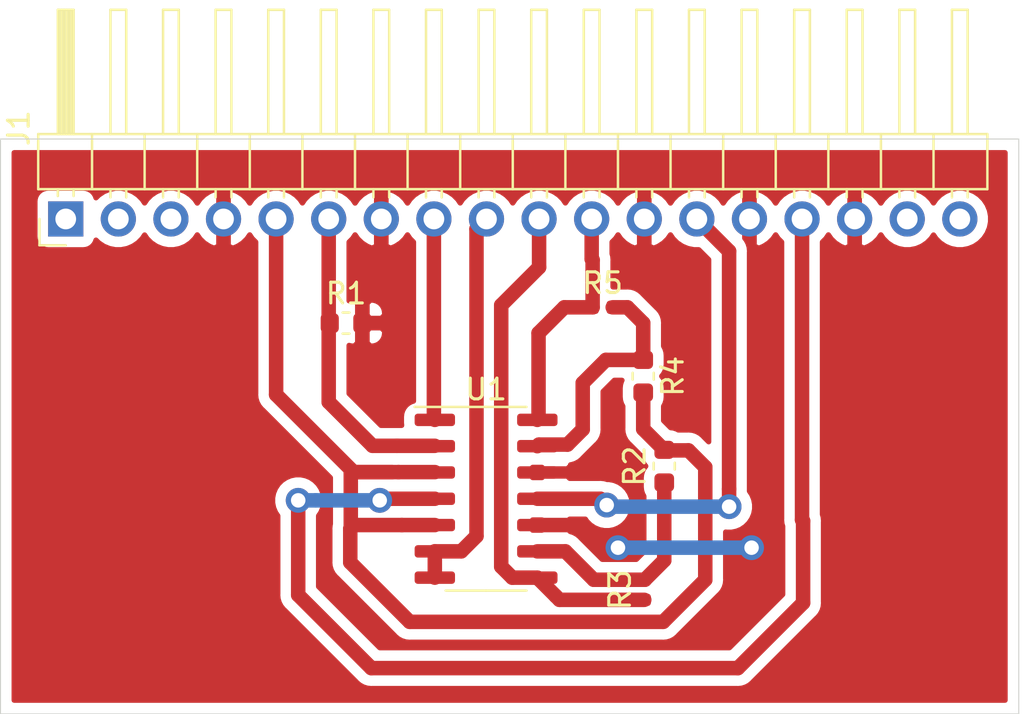
<source format=kicad_pcb>
(kicad_pcb (version 20240108) (generator "pcbnew") (generator_version "8.0")
  (layers (0 "F.Cu" signal) (31 "B.Cu" signal) (34 "B.Paste" user) (35 "F.Paste" user) (36 "B.SilkS" user "B.Silkscreen") (37 "F.SilkS" user "F.Silkscreen") (38 "B.Mask" user) (39 "F.Mask" user) (44 "Edge.Cuts" user))
  (net 0 "")
  (net 1 "Net-(J1-Pad1)")
  (net 2 "Net-(J1-Pad2)")
  (net 3 "Net-(J1-Pad3)")
  (net 4 "GND")
  (net 5 "IN1")
  (net 6 "IN2")
  (net 7 "OUT1")
  (net 8 "OUT2")
  (net 9 "OUT3")
  (net 10 "OUT4")
  (net 11 "-15V")
  (net 12 "+15V")
  (net 13 "5V")
  (net 14 "3.3V")
  (net 15 "Net-(R2-Pad1)")
  (net 16 "Net-(R4-Pad1)")
  (footprint "Connector_PinHeader_2.54mm:PinHeader_1x18_P2.54mm_Horizontal" (layer "F.Cu") (at 126.365 97.79 90)
    (property "Reference" "J1" (at 4.385 -2.27 90) (layer "F.SilkS"))
    (property "Value" "Conn_01x18")
    (fp_line (start 4.1 -1.33) (end 1.44 -1.33) (stroke (width 0.12)) (layer "F.SilkS"))
    (fp_line (start 1.44 -1.33) (end 1.44 44.51) (stroke (width 0.12)) (layer "F.SilkS"))
    (fp_line (start -1.27 -1.27) (end 0 -1.27) (stroke (width 0.12)) (layer "F.SilkS"))
    (fp_line (start 10.1 -0.38) (end 10.1 0.38) (stroke (width 0.12)) (layer "F.SilkS"))
    (fp_line (start 4.1 -0.38) (end 10.1 -0.38) (stroke (width 0.12)) (layer "F.SilkS"))
    (fp_line (start 1.11 -0.38) (end 1.44 -0.38) (stroke (width 0.12)) (layer "F.SilkS"))
    (fp_line (start 4.1 -0.32) (end 10.1 -0.32) (stroke (width 0.12)) (layer "F.SilkS"))
    (fp_line (start 4.1 -0.2) (end 10.1 -0.2) (stroke (width 0.12)) (layer "F.SilkS"))
    (fp_line (start 4.1 -0.08) (end 10.1 -0.08) (stroke (width 0.12)) (layer "F.SilkS"))
    (fp_line (start -1.27 0) (end -1.27 -1.27) (stroke (width 0.12)) (layer "F.SilkS"))
    (fp_line (start 4.1 0.04) (end 10.1 0.04) (stroke (width 0.12)) (layer "F.SilkS"))
    (fp_line (start 4.1 0.16) (end 10.1 0.16) (stroke (width 0.12)) (layer "F.SilkS"))
    (fp_line (start 4.1 0.28) (end 10.1 0.28) (stroke (width 0.12)) (layer "F.SilkS"))
    (fp_line (start 10.1 0.38) (end 4.1 0.38) (stroke (width 0.12)) (layer "F.SilkS"))
    (fp_line (start 1.11 0.38) (end 1.44 0.38) (stroke (width 0.12)) (layer "F.SilkS"))
    (fp_line (start 1.44 1.27) (end 4.1 1.27) (stroke (width 0.12)) (layer "F.SilkS"))
    (fp_line (start 10.1 2.16) (end 10.1 2.92) (stroke (width 0.12)) (layer "F.SilkS"))
    (fp_line (start 4.1 2.16) (end 10.1 2.16) (stroke (width 0.12)) (layer "F.SilkS"))
    (fp_line (start 1.042929 2.16) (end 1.44 2.16) (stroke (width 0.12)) (layer "F.SilkS"))
    (fp_line (start 10.1 2.92) (end 4.1 2.92) (stroke (width 0.12)) (layer "F.SilkS"))
    (fp_line (start 1.042929 2.92) (end 1.44 2.92) (stroke (width 0.12)) (layer "F.SilkS"))
    (fp_line (start 1.44 3.81) (end 4.1 3.81) (stroke (width 0.12)) (layer "F.SilkS"))
    (fp_line (start 10.1 4.7) (end 10.1 5.46) (stroke (width 0.12)) (layer "F.SilkS"))
    (fp_line (start 4.1 4.7) (end 10.1 4.7) (stroke (width 0.12)) (layer "F.SilkS"))
    (fp_line (start 1.042929 4.7) (end 1.44 4.7) (stroke (width 0.12)) (layer "F.SilkS"))
    (fp_line (start 10.1 5.46) (end 4.1 5.46) (stroke (width 0.12)) (layer "F.SilkS"))
    (fp_line (start 1.042929 5.46) (end 1.44 5.46) (stroke (width 0.12)) (layer "F.SilkS"))
    (fp_line (start 1.44 6.35) (end 4.1 6.35) (stroke (width 0.12)) (layer "F.SilkS"))
    (fp_line (start 10.1 7.24) (end 10.1 8) (stroke (width 0.12)) (layer "F.SilkS"))
    (fp_line (start 4.1 7.24) (end 10.1 7.24) (stroke (width 0.12)) (layer "F.SilkS"))
    (fp_line (start 1.042929 7.24) (end 1.44 7.24) (stroke (width 0.12)) (layer "F.SilkS"))
    (fp_line (start 10.1 8) (end 4.1 8) (stroke (width 0.12)) (layer "F.SilkS"))
    (fp_line (start 1.042929 8) (end 1.44 8) (stroke (width 0.12)) (layer "F.SilkS"))
    (fp_line (start 1.44 8.89) (end 4.1 8.89) (stroke (width 0.12)) (layer "F.SilkS"))
    (fp_line (start 10.1 9.78) (end 10.1 10.54) (stroke (width 0.12)) (layer "F.SilkS"))
    (fp_line (start 4.1 9.78) (end 10.1 9.78) (stroke (width 0.12)) (layer "F.SilkS"))
    (fp_line (start 1.042929 9.78) (end 1.44 9.78) (stroke (width 0.12)) (layer "F.SilkS"))
    (fp_line (start 10.1 10.54) (end 4.1 10.54) (stroke (width 0.12)) (layer "F.SilkS"))
    (fp_line (start 1.042929 10.54) (end 1.44 10.54) (stroke (width 0.12)) (layer "F.SilkS"))
    (fp_line (start 1.44 11.43) (end 4.1 11.43) (stroke (width 0.12)) (layer "F.SilkS"))
    (fp_line (start 10.1 12.32) (end 10.1 13.08) (stroke (width 0.12)) (layer "F.SilkS"))
    (fp_line (start 4.1 12.32) (end 10.1 12.32) (stroke (width 0.12)) (layer "F.SilkS"))
    (fp_line (start 1.042929 12.32) (end 1.44 12.32) (stroke (width 0.12)) (layer "F.SilkS"))
    (fp_line (start 10.1 13.08) (end 4.1 13.08) (stroke (width 0.12)) (layer "F.SilkS"))
    (fp_line (start 1.042929 13.08) (end 1.44 13.08) (stroke (width 0.12)) (layer "F.SilkS"))
    (fp_line (start 1.44 13.97) (end 4.1 13.97) (stroke (width 0.12)) (layer "F.SilkS"))
    (fp_line (start 10.1 14.86) (end 10.1 15.62) (stroke (width 0.12)) (layer "F.SilkS"))
    (fp_line (start 4.1 14.86) (end 10.1 14.86) (stroke (width 0.12)) (layer "F.SilkS"))
    (fp_line (start 1.042929 14.86) (end 1.44 14.86) (stroke (width 0.12)) (layer "F.SilkS"))
    (fp_line (start 10.1 15.62) (end 4.1 15.62) (stroke (width 0.12)) (layer "F.SilkS"))
    (fp_line (start 1.042929 15.62) (end 1.44 15.62) (stroke (width 0.12)) (layer "F.SilkS"))
    (fp_line (start 1.44 16.51) (end 4.1 16.51) (stroke (width 0.12)) (layer "F.SilkS"))
    (fp_line (start 10.1 17.4) (end 10.1 18.16) (stroke (width 0.12)) (layer "F.SilkS"))
    (fp_line (start 4.1 17.4) (end 10.1 17.4) (stroke (width 0.12)) (layer "F.SilkS"))
    (fp_line (start 1.042929 17.4) (end 1.44 17.4) (stroke (width 0.12)) (layer "F.SilkS"))
    (fp_line (start 10.1 18.16) (end 4.1 18.16) (stroke (width 0.12)) (layer "F.SilkS"))
    (fp_line (start 1.042929 18.16) (end 1.44 18.16) (stroke (width 0.12)) (layer "F.SilkS"))
    (fp_line (start 1.44 19.05) (end 4.1 19.05) (stroke (width 0.12)) (layer "F.SilkS"))
    (fp_line (start 10.1 19.94) (end 10.1 20.7) (stroke (width 0.12)) (layer "F.SilkS"))
    (fp_line (start 4.1 19.94) (end 10.1 19.94) (stroke (width 0.12)) (layer "F.SilkS"))
    (fp_line (start 1.042929 19.94) (end 1.44 19.94) (stroke (width 0.12)) (layer "F.SilkS"))
    (fp_line (start 10.1 20.7) (end 4.1 20.7) (stroke (width 0.12)) (layer "F.SilkS"))
    (fp_line (start 1.042929 20.7) (end 1.44 20.7) (stroke (width 0.12)) (layer "F.SilkS"))
    (fp_line (start 1.44 21.59) (end 4.1 21.59) (stroke (width 0.12)) (layer "F.SilkS"))
    (fp_line (start 10.1 22.48) (end 10.1 23.24) (stroke (width 0.12)) (layer "F.SilkS"))
    (fp_line (start 4.1 22.48) (end 10.1 22.48) (stroke (width 0.12)) (layer "F.SilkS"))
    (fp_line (start 1.042929 22.48) (end 1.44 22.48) (stroke (width 0.12)) (layer "F.SilkS"))
    (fp_line (start 10.1 23.24) (end 4.1 23.24) (stroke (width 0.12)) (layer "F.SilkS"))
    (fp_line (start 1.042929 23.24) (end 1.44 23.24) (stroke (width 0.12)) (layer "F.SilkS"))
    (fp_line (start 1.44 24.13) (end 4.1 24.13) (stroke (width 0.12)) (layer "F.SilkS"))
    (fp_line (start 10.1 25.02) (end 10.1 25.78) (stroke (width 0.12)) (layer "F.SilkS"))
    (fp_line (start 4.1 25.02) (end 10.1 25.02) (stroke (width 0.12)) (layer "F.SilkS"))
    (fp_line (start 1.042929 25.02) (end 1.44 25.02) (stroke (width 0.12)) (layer "F.SilkS"))
    (fp_line (start 10.1 25.78) (end 4.1 25.78) (stroke (width 0.12)) (layer "F.SilkS"))
    (fp_line (start 1.042929 25.78) (end 1.44 25.78) (stroke (width 0.12)) (layer "F.SilkS"))
    (fp_line (start 1.44 26.67) (end 4.1 26.67) (stroke (width 0.12)) (layer "F.SilkS"))
    (fp_line (start 10.1 27.56) (end 10.1 28.32) (stroke (width 0.12)) (layer "F.SilkS"))
    (fp_line (start 4.1 27.56) (end 10.1 27.56) (stroke (width 0.12)) (layer "F.SilkS"))
    (fp_line (start 1.042929 27.56) (end 1.44 27.56) (stroke (width 0.12)) (layer "F.SilkS"))
    (fp_line (start 10.1 28.32) (end 4.1 28.32) (stroke (width 0.12)) (layer "F.SilkS"))
    (fp_line (start 1.042929 28.32) (end 1.44 28.32) (stroke (width 0.12)) (layer "F.SilkS"))
    (fp_line (start 1.44 29.21) (end 4.1 29.21) (stroke (width 0.12)) (layer "F.SilkS"))
    (fp_line (start 10.1 30.1) (end 10.1 30.86) (stroke (width 0.12)) (layer "F.SilkS"))
    (fp_line (start 4.1 30.1) (end 10.1 30.1) (stroke (width 0.12)) (layer "F.SilkS"))
    (fp_line (start 1.042929 30.1) (end 1.44 30.1) (stroke (width 0.12)) (layer "F.SilkS"))
    (fp_line (start 10.1 30.86) (end 4.1 30.86) (stroke (width 0.12)) (layer "F.SilkS"))
    (fp_line (start 1.042929 30.86) (end 1.44 30.86) (stroke (width 0.12)) (layer "F.SilkS"))
    (fp_line (start 1.44 31.75) (end 4.1 31.75) (stroke (width 0.12)) (layer "F.SilkS"))
    (fp_line (start 10.1 32.64) (end 10.1 33.4) (stroke (width 0.12)) (layer "F.SilkS"))
    (fp_line (start 4.1 32.64) (end 10.1 32.64) (stroke (width 0.12)) (layer "F.SilkS"))
    (fp_line (start 1.042929 32.64) (end 1.44 32.64) (stroke (width 0.12)) (layer "F.SilkS"))
    (fp_line (start 10.1 33.4) (end 4.1 33.4) (stroke (width 0.12)) (layer "F.SilkS"))
    (fp_line (start 1.042929 33.4) (end 1.44 33.4) (stroke (width 0.12)) (layer "F.SilkS"))
    (fp_line (start 1.44 34.29) (end 4.1 34.29) (stroke (width 0.12)) (layer "F.SilkS"))
    (fp_line (start 10.1 35.18) (end 10.1 35.94) (stroke (width 0.12)) (layer "F.SilkS"))
    (fp_line (start 4.1 35.18) (end 10.1 35.18) (stroke (width 0.12)) (layer "F.SilkS"))
    (fp_line (start 1.042929 35.18) (end 1.44 35.18) (stroke (width 0.12)) (layer "F.SilkS"))
    (fp_line (start 10.1 35.94) (end 4.1 35.94) (stroke (width 0.12)) (layer "F.SilkS"))
    (fp_line (start 1.042929 35.94) (end 1.44 35.94) (stroke (width 0.12)) (layer "F.SilkS"))
    (fp_line (start 1.44 36.83) (end 4.1 36.83) (stroke (width 0.12)) (layer "F.SilkS"))
    (fp_line (start 10.1 37.72) (end 10.1 38.48) (stroke (width 0.12)) (layer "F.SilkS"))
    (fp_line (start 4.1 37.72) (end 10.1 37.72) (stroke (width 0.12)) (layer "F.SilkS"))
    (fp_line (start 1.042929 37.72) (end 1.44 37.72) (stroke (width 0.12)) (layer "F.SilkS"))
    (fp_line (start 10.1 38.48) (end 4.1 38.48) (stroke (width 0.12)) (layer "F.SilkS"))
    (fp_line (start 1.042929 38.48) (end 1.44 38.48) (stroke (width 0.12)) (layer "F.SilkS"))
    (fp_line (start 1.44 39.37) (end 4.1 39.37) (stroke (width 0.12)) (layer "F.SilkS"))
    (fp_line (start 10.1 40.26) (end 10.1 41.02) (stroke (width 0.12)) (layer "F.SilkS"))
    (fp_line (start 4.1 40.26) (end 10.1 40.26) (stroke (width 0.12)) (layer "F.SilkS"))
    (fp_line (start 1.042929 40.26) (end 1.44 40.26) (stroke (width 0.12)) (layer "F.SilkS"))
    (fp_line (start 10.1 41.02) (end 4.1 41.02) (stroke (width 0.12)) (layer "F.SilkS"))
    (fp_line (start 1.042929 41.02) (end 1.44 41.02) (stroke (width 0.12)) (layer "F.SilkS"))
    (fp_line (start 1.44 41.91) (end 4.1 41.91) (stroke (width 0.12)) (layer "F.SilkS"))
    (fp_line (start 10.1 42.8) (end 10.1 43.56) (stroke (width 0.12)) (layer "F.SilkS"))
    (fp_line (start 4.1 42.8) (end 10.1 42.8) (stroke (width 0.12)) (layer "F.SilkS"))
    (fp_line (start 1.042929 42.8) (end 1.44 42.8) (stroke (width 0.12)) (layer "F.SilkS"))
    (fp_line (start 10.1 43.56) (end 4.1 43.56) (stroke (width 0.12)) (layer "F.SilkS"))
    (fp_line (start 1.042929 43.56) (end 1.44 43.56) (stroke (width 0.12)) (layer "F.SilkS"))
    (fp_line (start 4.1 44.51) (end 4.1 -1.33) (stroke (width 0.12)) (layer "F.SilkS"))
    (fp_line (start 1.44 44.51) (end 4.1 44.51) (stroke (width 0.12)) (layer "F.SilkS"))
    (pad "1" thru_hole rect (at 0 0 90) (size 1.7 1.7) (drill 1) (layers "*.Cu" "*.Mask") (net 1 "Net-(J1-Pad1)"))
    (pad "2" thru_hole oval (at 0 2.54 90) (size 1.7 1.7) (drill 1) (layers "*.Cu" "*.Mask") (net 2 "Net-(J1-Pad2)"))
    (pad "3" thru_hole oval (at 0 5.08 90) (size 1.7 1.7) (drill 1) (layers "*.Cu" "*.Mask") (net 3 "Net-(J1-Pad3)"))
    (pad "4" thru_hole oval (at 0 7.62 90) (size 1.7 1.7) (drill 1) (layers "*.Cu" "*.Mask") (net 4 "GND"))
    (pad "5" thru_hole oval (at 0 10.16 90) (size 1.7 1.7) (drill 1) (layers "*.Cu" "*.Mask") (net 5 "IN1"))
    (pad "6" thru_hole oval (at 0 12.7 90) (size 1.7 1.7) (drill 1) (layers "*.Cu" "*.Mask") (net 6 "IN2"))
    (pad "7" thru_hole oval (at 0 15.24 90) (size 1.7 1.7) (drill 1) (layers "*.Cu" "*.Mask") (net 4 "GND"))
    (pad "8" thru_hole oval (at 0 17.78 90) (size 1.7 1.7) (drill 1) (layers "*.Cu" "*.Mask") (net 7 "OUT1"))
    (pad "9" thru_hole oval (at 0 20.32 90) (size 1.7 1.7) (drill 1) (layers "*.Cu" "*.Mask") (net 8 "OUT2"))
    (pad "10" thru_hole oval (at 0 22.86 90) (size 1.7 1.7) (drill 1) (layers "*.Cu" "*.Mask") (net 9 "OUT3"))
    (pad "11" thru_hole oval (at 0 25.4 90) (size 1.7 1.7) (drill 1) (layers "*.Cu" "*.Mask") (net 10 "OUT4"))
    (pad "12" thru_hole oval (at 0 27.94 90) (size 1.7 1.7) (drill 1) (layers "*.Cu" "*.Mask") (net 4 "GND"))
    (pad "13" thru_hole oval (at 0 30.48 90) (size 1.7 1.7) (drill 1) (layers "*.Cu" "*.Mask") (net 11 "-15V"))
    (pad "14" thru_hole oval (at 0 33.02 90) (size 1.7 1.7) (drill 1) (layers "*.Cu" "*.Mask") (net 4 "GND"))
    (pad "15" thru_hole oval (at 0 35.56 90) (size 1.7 1.7) (drill 1) (layers "*.Cu" "*.Mask") (net 12 "+15V"))
    (pad "16" thru_hole oval (at 0 38.1 90) (size 1.7 1.7) (drill 1) (layers "*.Cu" "*.Mask") (net 4 "GND"))
    (pad "17" thru_hole oval (at 0 40.64 90) (size 1.7 1.7) (drill 1) (layers "*.Cu" "*.Mask") (net 13 "5V"))
    (pad "18" thru_hole oval (at 0 43.18 90) (size 1.7 1.7) (drill 1) (layers "*.Cu" "*.Mask") (net 14 "3.3V"))
  )
  (footprint "Resistor_SMD:R_0603_1608Metric" (layer "F.Cu") (at 139.9031 102.8192)
    (property "Reference" "R1" (at 0 -1.43 0) (layer "F.SilkS"))
    (property "Value" "1k")
    (fp_line (start -0.162779 -0.51) (end 0.162779 -0.51) (stroke (width 0.12)) (layer "F.SilkS"))
    (fp_line (start -0.162779 0.51) (end 0.162779 0.51) (stroke (width 0.12)) (layer "F.SilkS"))
    (pad "1" smd roundrect (at -0.7875 0) (size 0.875 0.95) (layers "F.Cu" "F.Paste" "F.Mask") (net 6 "IN2"))
    (pad "2" smd roundrect (at 0.7875 0) (size 0.875 0.95) (layers "F.Cu" "F.Paste" "F.Mask") (net 4 "GND"))
  )
  (footprint "Resistor_SMD:R_0603_1608Metric" (layer "F.Cu") (at 155.2702 109.7279 90)
    (property "Reference" "R2" (at 0 -1.43 90) (layer "F.SilkS"))
    (property "Value" "1k")
    (fp_line (start -0.162779 -0.51) (end 0.162779 -0.51) (stroke (width 0.12)) (layer "F.SilkS"))
    (fp_line (start -0.162779 0.51) (end 0.162779 0.51) (stroke (width 0.12)) (layer "F.SilkS"))
    (pad "1" smd roundrect (at -0.7875 0 90) (size 0.875 0.95) (layers "F.Cu" "F.Paste" "F.Mask") (net 15 "Net-(R2-Pad1)"))
    (pad "2" smd roundrect (at 0.7875 0 90) (size 0.875 0.95) (layers "F.Cu" "F.Paste" "F.Mask") (net 5 "IN1"))
  )
  (footprint "Resistor_SMD:R_0402_1005Metric" (layer "F.Cu") (at 154.305 115.6994 90)
    (property "Reference" "R3" (at 0 -1.17 90) (layer "F.SilkS"))
    (property "Value" "10k")
    (pad "1" smd roundrect (at -0.485 0 90) (size 0.59 0.64) (layers "F.Cu" "F.Paste" "F.Mask") (net 9 "OUT3"))
    (pad "2" smd roundrect (at 0.485 0 90) (size 0.59 0.64) (layers "F.Cu" "F.Paste" "F.Mask") (net 15 "Net-(R2-Pad1)"))
  )
  (footprint "Resistor_SMD:R_0603_1608Metric" (layer "F.Cu") (at 154.2542 105.3845 -90)
    (property "Reference" "R4" (at 0 -1.43 90) (layer "F.SilkS"))
    (property "Value" "1k")
    (fp_line (start -0.162779 0.51) (end 0.162779 0.51) (stroke (width 0.12)) (layer "F.SilkS"))
    (fp_line (start -0.162779 -0.51) (end 0.162779 -0.51) (stroke (width 0.12)) (layer "F.SilkS"))
    (pad "1" smd roundrect (at -0.7875 0 270) (size 0.875 0.95) (layers "F.Cu" "F.Paste" "F.Mask") (net 16 "Net-(R4-Pad1)"))
    (pad "2" smd roundrect (at 0.7875 0 270) (size 0.875 0.95) (layers "F.Cu" "F.Paste" "F.Mask") (net 5 "IN1"))
  )
  (footprint "Resistor_SMD:R_0402_1005Metric" (layer "F.Cu") (at 152.296 102.0572)
    (property "Reference" "R5" (at 0 -1.17 0) (layer "F.SilkS"))
    (property "Value" "100k")
    (pad "1" smd roundrect (at -0.485 0) (size 0.59 0.64) (layers "F.Cu" "F.Paste" "F.Mask") (net 10 "OUT4"))
    (pad "2" smd roundrect (at 0.485 0) (size 0.59 0.64) (layers "F.Cu" "F.Paste" "F.Mask") (net 16 "Net-(R4-Pad1)"))
  )
  (footprint "Package_SO:SOIC-14_3.9x8.7mm_P1.27mm" (layer "F.Cu") (at 146.665001 111.3028)
    (property "Reference" "U1" (at 0 -5.28 0) (layer "F.SilkS"))
    (property "Value" "TL084")
    (fp_line (start 0 -4.435) (end -3.45 -4.435) (stroke (width 0.12)) (layer "F.SilkS"))
    (fp_line (start 0 -4.435) (end 1.95 -4.435) (stroke (width 0.12)) (layer "F.SilkS"))
    (fp_line (start 0 4.435) (end -1.95 4.435) (stroke (width 0.12)) (layer "F.SilkS"))
    (fp_line (start 0 4.435) (end 1.95 4.435) (stroke (width 0.12)) (layer "F.SilkS"))
    (pad "1" smd roundrect (at -2.475 -3.81) (size 1.95 0.6) (layers "F.Cu" "F.Paste" "F.Mask") (net 7 "OUT1"))
    (pad "2" smd roundrect (at -2.475 -2.54) (size 1.95 0.6) (layers "F.Cu" "F.Paste" "F.Mask") (net 6 "IN2"))
    (pad "3" smd roundrect (at -2.475 -1.27) (size 1.95 0.6) (layers "F.Cu" "F.Paste" "F.Mask") (net 5 "IN1"))
    (pad "4" smd roundrect (at -2.475 0) (size 1.95 0.6) (layers "F.Cu" "F.Paste" "F.Mask") (net 12 "+15V"))
    (pad "5" smd roundrect (at -2.475 1.27) (size 1.95 0.6) (layers "F.Cu" "F.Paste" "F.Mask") (net 5 "IN1"))
    (pad "6" smd roundrect (at -2.475 2.54) (size 1.95 0.6) (layers "F.Cu" "F.Paste" "F.Mask") (net 8 "OUT2"))
    (pad "7" smd roundrect (at -2.475 3.81) (size 1.95 0.6) (layers "F.Cu" "F.Paste" "F.Mask") (net 8 "OUT2"))
    (pad "8" smd roundrect (at 2.475 3.81) (size 1.95 0.6) (layers "F.Cu" "F.Paste" "F.Mask") (net 9 "OUT3"))
    (pad "9" smd roundrect (at 2.475 2.54) (size 1.95 0.6) (layers "F.Cu" "F.Paste" "F.Mask") (net 15 "Net-(R2-Pad1)"))
    (pad "10" smd roundrect (at 2.475 1.27) (size 1.95 0.6) (layers "F.Cu" "F.Paste" "F.Mask") (net 4 "GND"))
    (pad "11" smd roundrect (at 2.475 0) (size 1.95 0.6) (layers "F.Cu" "F.Paste" "F.Mask") (net 11 "-15V"))
    (pad "12" smd roundrect (at 2.475 -1.27) (size 1.95 0.6) (layers "F.Cu" "F.Paste" "F.Mask") (net 4 "GND"))
    (pad "13" smd roundrect (at 2.475 -2.54) (size 1.95 0.6) (layers "F.Cu" "F.Paste" "F.Mask") (net 16 "Net-(R4-Pad1)"))
    (pad "14" smd roundrect (at 2.475 -3.81) (size 1.95 0.6) (layers "F.Cu" "F.Paste" "F.Mask") (net 10 "OUT4"))
  )
  (gr_line (start 172.3898 93.9292) (end 172.3898 121.6914) (stroke (width 0.05)) (layer "Edge.Cuts"))
  (gr_line (start 123.2154 93.9292) (end 172.3898 93.9292) (stroke (width 0.05)) (layer "Edge.Cuts"))
  (gr_line (start 123.2154 121.6914) (end 123.2154 93.9292) (stroke (width 0.05)) (layer "Edge.Cuts"))
  (gr_line (start 172.3898 121.6914) (end 123.2154 121.6914) (stroke (width 0.05)) (layer "Edge.Cuts"))
  (segment (start 151.1046 112.5728) (end 152.1714 113.6396) (width 0.7) (layer "F.Cu") (net 4))
  (segment (start 153.0096 113.6396) (end 153.035 113.665) (width 0.7) (layer "F.Cu") (net 4))
  (segment (start 152.1714 113.6396) (end 153.0096 113.6396) (width 0.7) (layer "F.Cu") (net 4))
  (segment (start 149.140001 112.5728) (end 151.1046 112.5728) (width 0.7) (layer "F.Cu") (net 4))
  (via (at 153.035 113.665) (size 1.2) (drill 0.7) (layers "F.Cu" "B.Cu") (net 4))
  (via (at 159.4866 113.665) (size 1.2) (drill 0.7) (layers "F.Cu" "B.Cu") (net 4))
  (segment (start 153.035 113.665) (end 159.4866 113.665) (width 0.7) (layer "B.Cu") (net 4))
  (segment (start 136.525 106.2736) (end 140.266401 110.015001) (width 0.7) (layer "F.Cu") (net 5))
  (segment (start 140.1064 114.3762) (end 140.1064 112.7506) (width 0.7) (layer "F.Cu") (net 5))
  (segment (start 157.2514 115.2144) (end 155.2194 117.2464) (width 0.7) (layer "F.Cu") (net 5))
  (segment (start 136.525 97.79) (end 136.525 106.2736) (width 0.7) (layer "F.Cu") (net 5))
  (segment (start 155.282992 108.966) (end 156.4386 108.966) (width 0.7) (layer "F.Cu") (net 5))
  (segment (start 157.2514 109.7788) (end 157.2514 115.2144) (width 0.7) (layer "F.Cu") (net 5))
  (segment (start 142.5956 112.5728) (end 144.190001 112.5728) (width 0.7) (layer "F.Cu") (net 5))
  (segment (start 154.2542 106.172) (end 154.2542 107.937208) (width 0.7) (layer "F.Cu") (net 5))
  (segment (start 140.266401 110.015001) (end 142.435599 110.015001) (width 0.7) (layer "F.Cu") (net 5))
  (segment (start 142.120601 110.015001) (end 140.1318 110.015001) (width 0.7) (layer "F.Cu") (net 5))
  (segment (start 140.1318 110.015001) (end 140.1318 112.7252) (width 0.7) (layer "F.Cu") (net 5))
  (segment (start 142.435599 110.015001) (end 144.190001 110.015001) (width 0.7) (layer "F.Cu") (net 5))
  (segment (start 140.1064 112.7506) (end 140.1318 112.7252) (width 0.7) (layer "F.Cu") (net 5))
  (segment (start 154.2542 107.937208) (end 155.282992 108.966) (width 0.7) (layer "F.Cu") (net 5))
  (segment (start 140.1318 112.7252) (end 140.2842 112.5728) (width 0.7) (layer "F.Cu") (net 5))
  (segment (start 155.2194 117.2464) (end 142.9766 117.2464) (width 0.7) (layer "F.Cu") (net 5))
  (segment (start 156.4386 108.966) (end 157.2514 109.7788) (width 0.7) (layer "F.Cu") (net 5))
  (segment (start 142.9766 117.2464) (end 140.1064 114.3762) (width 0.7) (layer "F.Cu") (net 5))
  (segment (start 140.2842 112.5728) (end 142.5956 112.5728) (width 0.7) (layer "F.Cu") (net 5))
  (segment (start 142.359399 108.745001) (end 144.190001 108.745001) (width 0.7) (layer "F.Cu") (net 6))
  (segment (start 139.065 97.79) (end 139.065 106.6292) (width 0.7) (layer "F.Cu") (net 6))
  (segment (start 139.065 106.6292) (end 141.180801 108.745001) (width 0.7) (layer "F.Cu") (net 6))
  (segment (start 141.180801 108.745001) (end 142.359399 108.745001) (width 0.7) (layer "F.Cu") (net 6))
  (segment (start 144.145 107.447799) (end 144.190001 107.4928) (width 0.7) (layer "F.Cu") (net 7))
  (segment (start 144.145 97.79) (end 144.145 107.447799) (width 0.7) (layer "F.Cu") (net 7))
  (segment (start 144.190001 115.1128) (end 144.190001 113.8428) (width 0.7) (layer "F.Cu") (net 8))
  (segment (start 145.4658 113.8428) (end 146.2024 113.1062) (width 0.7) (layer "F.Cu") (net 8))
  (segment (start 146.2024 113.1062) (end 146.2024 98.2726) (width 0.7) (layer "F.Cu") (net 8))
  (segment (start 144.190001 113.8428) (end 145.4658 113.8428) (width 0.7) (layer "F.Cu") (net 8))
  (segment (start 146.2024 98.2726) (end 146.685 97.79) (width 0.7) (layer "F.Cu") (net 8))
  (segment (start 149.225 100.1268) (end 149.225 97.79) (width 0.7) (layer "F.Cu") (net 9))
  (segment (start 149.140001 115.1128) (end 150.029001 116.0018) (width 0.7) (layer "F.Cu") (net 9))
  (segment (start 149.140001 115.1128) (end 147.9296 115.1128) (width 0.7) (layer "F.Cu") (net 9))
  (segment (start 154.305 116.1844) (end 150.211601 116.1844) (width 0.7) (layer "F.Cu") (net 9))
  (segment (start 147.3962 101.9556) (end 149.225 100.1268) (width 0.7) (layer "F.Cu") (net 9))
  (segment (start 147.3962 114.5794) (end 147.3962 101.9556) (width 0.7) (layer "F.Cu") (net 9))
  (segment (start 147.9296 115.1128) (end 147.3962 114.5794) (width 0.7) (layer "F.Cu") (net 9))
  (segment (start 150.211601 116.1844) (end 150.029001 116.0018) (width 0.7) (layer "F.Cu") (net 9))
  (segment (start 149.140001 107.4928) (end 149.1996 107.433201) (width 0.7) (layer "F.Cu") (net 10))
  (segment (start 150.4442 102.0572) (end 151.811 102.0572) (width 0.7) (layer "F.Cu") (net 10))
  (segment (start 151.765 97.79) (end 151.765 99.7204) (width 0.7) (layer "F.Cu") (net 10))
  (segment (start 151.765 99.7204) (end 151.811 99.7664) (width 0.7) (layer "F.Cu") (net 10))
  (segment (start 149.1996 107.433201) (end 149.1996 103.3018) (width 0.7) (layer "F.Cu") (net 10))
  (segment (start 151.811 99.7664) (end 151.811 102.0572) (width 0.7) (layer "F.Cu") (net 10))
  (segment (start 149.1996 103.3018) (end 150.4442 102.0572) (width 0.7) (layer "F.Cu") (net 10))
  (segment (start 156.845 97.79) (end 158.40141 99.34641) (width 0.7) (layer "F.Cu") (net 11))
  (segment (start 158.40141 99.34641) (end 158.40141 110.835272) (width 0.7) (layer "F.Cu") (net 11))
  (segment (start 149.140001 111.3028) (end 152.18686 111.3028) (width 0.7) (layer "F.Cu") (net 11))
  (segment (start 158.40141 110.835272) (end 158.40141 111.6838) (width 0.7) (layer "F.Cu") (net 11))
  (segment (start 152.18686 111.3028) (end 152.491345 111.607285) (width 0.7) (layer "F.Cu") (net 11))
  (via (at 152.491345 111.607285) (size 1.2) (drill 0.7) (layers "F.Cu" "B.Cu") (net 11))
  (via (at 158.40141 111.6838) (size 1.2) (drill 0.7) (layers "F.Cu" "B.Cu") (net 11))
  (segment (start 152.56786 111.6838) (end 152.491345 111.607285) (width 0.7) (layer "B.Cu") (net 11))
  (segment (start 158.40141 111.6838) (end 152.56786 111.6838) (width 0.7) (layer "B.Cu") (net 11))
  (segment (start 137.5918 115.951) (end 137.5918 111.379) (width 0.7) (layer "F.Cu") (net 12))
  (segment (start 158.8262 119.4816) (end 141.1224 119.4816) (width 0.7) (layer "F.Cu") (net 12))
  (segment (start 144.190001 111.3028) (end 141.605 111.3028) (width 0.7) (layer "F.Cu") (net 12))
  (segment (start 141.605 111.3028) (end 141.5288 111.379) (width 0.7) (layer "F.Cu") (net 12))
  (segment (start 141.1224 119.4816) (end 137.5918 115.951) (width 0.7) (layer "F.Cu") (net 12))
  (segment (start 161.925 97.79) (end 161.925 112.321606) (width 0.7) (layer "F.Cu") (net 12))
  (segment (start 161.9758 112.372406) (end 161.9758 116.332) (width 0.7) (layer "F.Cu") (net 12))
  (segment (start 161.9758 116.332) (end 158.8262 119.4816) (width 0.7) (layer "F.Cu") (net 12))
  (segment (start 161.925 112.321606) (end 161.9758 112.372406) (width 0.7) (layer "F.Cu") (net 12))
  (via (at 137.5918 111.379) (size 1.2) (drill 0.7) (layers "F.Cu" "B.Cu") (net 12))
  (via (at 141.5288 111.379) (size 1.2) (drill 0.7) (layers "F.Cu" "B.Cu") (net 12))
  (segment (start 137.5918 111.379) (end 138.440328 111.379) (width 0.7) (layer "B.Cu") (net 12))
  (segment (start 138.440328 111.379) (end 141.5288 111.379) (width 0.7) (layer "B.Cu") (net 12))
  (segment (start 149.140001 113.8428) (end 150.495 113.8428) (width 0.7) (layer "F.Cu") (net 15))
  (segment (start 150.495 113.8428) (end 151.8666 115.2144) (width 0.7) (layer "F.Cu") (net 15))
  (segment (start 154.3304 115.2144) (end 155.2702 114.2746) (width 0.7) (layer "F.Cu") (net 15))
  (segment (start 151.8666 115.2144) (end 154.305 115.2144) (width 0.7) (layer "F.Cu") (net 15))
  (segment (start 154.305 115.2144) (end 154.3304 115.2144) (width 0.7) (layer "F.Cu") (net 15))
  (segment (start 155.2702 114.2746) (end 155.2702 110.5154) (width 0.7) (layer "F.Cu") (net 15))
  (segment (start 152.451 104.597) (end 154.2542 104.597) (width 0.7) (layer "F.Cu") (net 16))
  (segment (start 152.781 102.0572) (end 153.4922 102.0572) (width 0.7) (layer "F.Cu") (net 16))
  (segment (start 149.140001 108.7628) (end 149.216201 108.6866) (width 0.7) (layer "F.Cu") (net 16))
  (segment (start 153.4922 102.0572) (end 154.2542 102.8192) (width 0.7) (layer "F.Cu") (net 16))
  (segment (start 154.2542 102.8192) (end 154.2542 104.597) (width 0.7) (layer "F.Cu") (net 16))
  (segment (start 149.216201 108.6866) (end 150.5966 108.6866) (width 0.7) (layer "F.Cu") (net 16))
  (segment (start 151.3332 107.95) (end 151.3332 105.7148) (width 0.7) (layer "F.Cu") (net 16))
  (segment (start 150.5966 108.6866) (end 151.3332 107.95) (width 0.7) (layer "F.Cu") (net 16))
  (segment (start 151.3332 105.7148) (end 152.451 104.597) (width 0.7) (layer "F.Cu") (net 16))
  (zone (net 4) (net_name "GND") (layer "F.Cu") (connect_pads (clearance 0.508)) (min_thickness 0.254) (fill yes (thermal_gap 0.508) (thermal_bridge_width 0.708))
    (polygon (pts (xy 171.9072 94.2086) (xy 171.9707 121.3104) (xy 123.6345 121.3104) (xy 123.571 94.1832)))
  )
)
</source>
